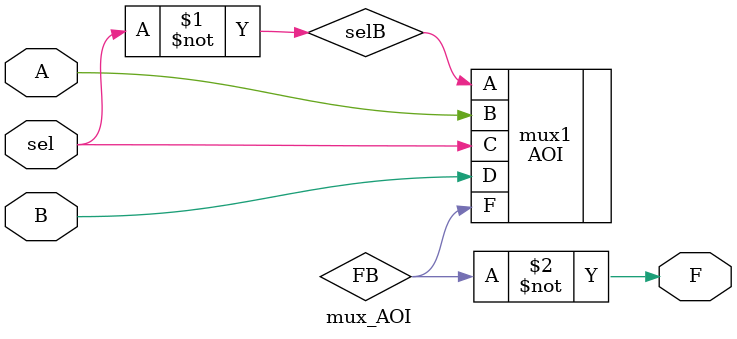
<source format=v>
module mux_AOI (
  input wire sel,A,B,
  output wire F);
  
  wire selB,FB;
  assign selB = ~sel;
    
  AOI mux1 (.A(selB),.B(A),.C(sel),.D(B),.F(FB));
  assign F = ~FB;
endmodule

</source>
